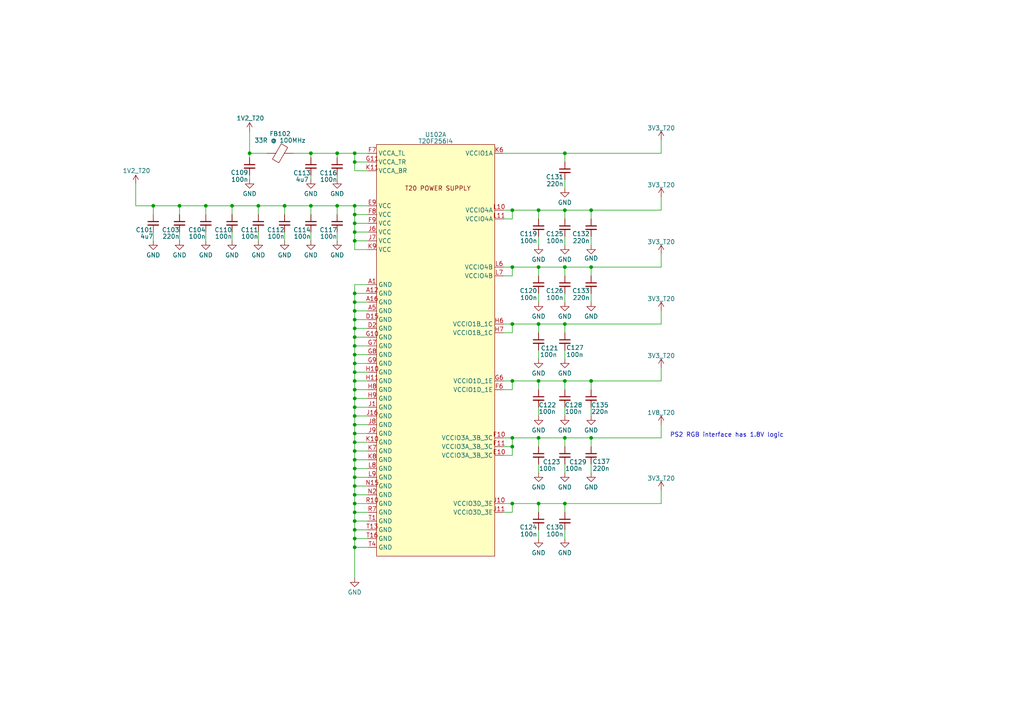
<source format=kicad_sch>
(kicad_sch (version 20230121) (generator eeschema)
  (paper "A4")
  (title_block (title "PS2 Video Processor Power") (rev "0.3") (comment 5 "-a project by Tschicki"))
  (junction (at 102.87 125.73))
  (junction (at 97.79 44.45))
  (junction (at 102.87 130.81))
  (junction (at 59.69 59.69))
  (junction (at 102.87 90.17))
  (junction (at 102.87 69.85))
  (junction (at 102.87 59.69))
  (junction (at 102.87 87.63))
  (junction (at 102.87 133.35))
  (junction (at 171.45 77.47))
  (junction (at 171.45 60.96))
  (junction (at 82.55 59.69))
  (junction (at 102.87 120.65))
  (junction (at 102.87 153.67))
  (junction (at 102.87 105.41))
  (junction (at 72.39 44.45))
  (junction (at 102.87 95.25))
  (junction (at 102.87 92.71))
  (junction (at 163.83 127))
  (junction (at 102.87 158.75))
  (junction (at 102.87 156.21))
  (junction (at 67.31 59.69))
  (junction (at 102.87 148.59))
  (junction (at 156.21 93.98))
  (junction (at 102.87 62.23))
  (junction (at 148.59 129.54))
  (junction (at 148.59 127))
  (junction (at 102.87 138.43))
  (junction (at 156.21 146.05))
  (junction (at 102.87 67.31))
  (junction (at 90.17 59.69))
  (junction (at 102.87 143.51))
  (junction (at 163.83 60.96))
  (junction (at 102.87 85.09))
  (junction (at 163.83 77.47))
  (junction (at 163.83 44.45))
  (junction (at 163.83 146.05))
  (junction (at 171.45 127))
  (junction (at 102.87 107.95))
  (junction (at 102.87 64.77))
  (junction (at 148.59 60.96))
  (junction (at 44.45 59.69))
  (junction (at 156.21 110.49))
  (junction (at 163.83 93.98))
  (junction (at 102.87 151.13))
  (junction (at 102.87 102.87))
  (junction (at 102.87 123.19))
  (junction (at 148.59 146.05))
  (junction (at 102.87 100.33))
  (junction (at 74.93 59.69))
  (junction (at 102.87 146.05))
  (junction (at 102.87 110.49))
  (junction (at 97.79 59.69))
  (junction (at 156.21 77.47))
  (junction (at 90.17 44.45))
  (junction (at 148.59 77.47))
  (junction (at 102.87 44.45))
  (junction (at 156.21 127))
  (junction (at 102.87 46.99))
  (junction (at 148.59 110.49))
  (junction (at 102.87 118.11))
  (junction (at 52.07 59.69))
  (junction (at 163.83 110.49))
  (junction (at 148.59 93.98))
  (junction (at 102.87 128.27))
  (junction (at 102.87 113.03))
  (junction (at 102.87 97.79))
  (junction (at 102.87 135.89))
  (junction (at 171.45 110.49))
  (junction (at 156.21 60.96))
  (junction (at 102.87 115.57))
  (junction (at 102.87 140.97))
  (wire (pts (xy 102.87 64.77) (xy 102.87 67.31)))
  (wire (pts (xy 102.87 158.75) (xy 106.68 158.75)))
  (wire (pts (xy 90.17 44.45) (xy 90.17 45.72)))
  (wire (pts (xy 148.59 146.05) (xy 156.21 146.05)))
  (wire (pts (xy 102.87 143.51) (xy 106.68 143.51)))
  (wire (pts (xy 148.59 77.47) (xy 156.21 77.47)))
  (wire (pts (xy 102.87 59.69) (xy 106.68 59.69)))
  (wire (pts (xy 97.79 59.69) (xy 102.87 59.69)))
  (wire (pts (xy 102.87 97.79) (xy 106.68 97.79)))
  (wire (pts (xy 148.59 96.52) (xy 146.05 96.52)))
  (wire (pts (xy 102.87 130.81) (xy 106.68 130.81)))
  (wire (pts (xy 156.21 146.05) (xy 163.83 146.05)))
  (wire (pts (xy 156.21 60.96) (xy 163.83 60.96)))
  (wire (pts (xy 102.87 69.85) (xy 106.68 69.85)))
  (wire (pts (xy 102.87 95.25) (xy 106.68 95.25)))
  (wire (pts (xy 102.87 158.75) (xy 102.87 167.64)))
  (wire (pts (xy 163.83 118.11) (xy 163.83 120.65)))
  (wire (pts (xy 102.87 138.43) (xy 106.68 138.43)))
  (wire (pts (xy 163.83 153.67) (xy 163.83 156.21)))
  (wire (pts (xy 102.87 123.19) (xy 102.87 125.73)))
  (wire (pts (xy 171.45 134.62) (xy 171.45 137.16)))
  (wire (pts (xy 171.45 127) (xy 171.45 129.54)))
  (wire (pts (xy 148.59 93.98) (xy 148.59 96.52)))
  (wire (pts (xy 102.87 125.73) (xy 106.68 125.73)))
  (wire (pts (xy 44.45 59.69) (xy 52.07 59.69)))
  (wire (pts (xy 74.93 67.31) (xy 74.93 69.85)))
  (wire (pts (xy 148.59 77.47) (xy 146.05 77.47)))
  (wire (pts (xy 102.87 107.95) (xy 102.87 110.49)))
  (wire (pts (xy 163.83 146.05) (xy 191.77 146.05)))
  (wire (pts (xy 156.21 110.49) (xy 163.83 110.49)))
  (wire (pts (xy 102.87 123.19) (xy 106.68 123.19)))
  (wire (pts (xy 67.31 59.69) (xy 74.93 59.69)))
  (wire (pts (xy 146.05 148.59) (xy 148.59 148.59)))
  (wire (pts (xy 102.87 105.41) (xy 106.68 105.41)))
  (wire (pts (xy 163.83 110.49) (xy 171.45 110.49)))
  (wire (pts (xy 102.87 110.49) (xy 106.68 110.49)))
  (wire (pts (xy 102.87 87.63) (xy 106.68 87.63)))
  (wire (pts (xy 44.45 59.69) (xy 44.45 62.23)))
  (wire (pts (xy 102.87 64.77) (xy 106.68 64.77)))
  (wire (pts (xy 146.05 93.98) (xy 148.59 93.98)))
  (wire (pts (xy 156.21 118.11) (xy 156.21 120.65)))
  (wire (pts (xy 163.83 134.62) (xy 163.83 137.16)))
  (wire (pts (xy 148.59 127) (xy 156.21 127)))
  (wire (pts (xy 97.79 44.45) (xy 97.79 45.72)))
  (wire (pts (xy 102.87 46.99) (xy 102.87 44.45)))
  (wire (pts (xy 102.87 100.33) (xy 102.87 102.87)))
  (wire (pts (xy 102.87 102.87) (xy 102.87 105.41)))
  (wire (pts (xy 191.77 142.24) (xy 191.77 146.05)))
  (wire (pts (xy 59.69 59.69) (xy 59.69 62.23)))
  (wire (pts (xy 102.87 102.87) (xy 106.68 102.87)))
  (wire (pts (xy 156.21 146.05) (xy 156.21 148.59)))
  (wire (pts (xy 102.87 49.53) (xy 102.87 46.99)))
  (wire (pts (xy 102.87 146.05) (xy 106.68 146.05)))
  (wire (pts (xy 102.87 72.39) (xy 106.68 72.39)))
  (wire (pts (xy 102.87 118.11) (xy 102.87 120.65)))
  (wire (pts (xy 171.45 77.47) (xy 191.77 77.47)))
  (wire (pts (xy 102.87 82.55) (xy 102.87 85.09)))
  (wire (pts (xy 52.07 59.69) (xy 52.07 62.23)))
  (wire (pts (xy 102.87 115.57) (xy 106.68 115.57)))
  (wire (pts (xy 171.45 68.58) (xy 171.45 71.12)))
  (wire (pts (xy 146.05 146.05) (xy 148.59 146.05)))
  (wire (pts (xy 67.31 59.69) (xy 67.31 62.23)))
  (wire (pts (xy 148.59 148.59) (xy 148.59 146.05)))
  (wire (pts (xy 97.79 59.69) (xy 97.79 62.23)))
  (wire (pts (xy 191.77 106.68) (xy 191.77 110.49)))
  (wire (pts (xy 146.05 80.01) (xy 148.59 80.01)))
  (wire (pts (xy 163.83 110.49) (xy 163.83 113.03)))
  (wire (pts (xy 102.87 44.45) (xy 97.79 44.45)))
  (wire (pts (xy 102.87 151.13) (xy 106.68 151.13)))
  (wire (pts (xy 163.83 77.47) (xy 171.45 77.47)))
  (wire (pts (xy 39.37 59.69) (xy 44.45 59.69)))
  (wire (pts (xy 106.68 49.53) (xy 102.87 49.53)))
  (wire (pts (xy 102.87 113.03) (xy 106.68 113.03)))
  (wire (pts (xy 39.37 53.34) (xy 39.37 59.69)))
  (wire (pts (xy 90.17 50.8) (xy 90.17 52.07)))
  (wire (pts (xy 163.83 146.05) (xy 163.83 148.59)))
  (wire (pts (xy 171.45 77.47) (xy 171.45 80.01)))
  (wire (pts (xy 156.21 77.47) (xy 163.83 77.47)))
  (wire (pts (xy 156.21 60.96) (xy 156.21 63.5)))
  (wire (pts (xy 52.07 59.69) (xy 59.69 59.69)))
  (wire (pts (xy 82.55 59.69) (xy 82.55 62.23)))
  (wire (pts (xy 102.87 95.25) (xy 102.87 97.79)))
  (wire (pts (xy 163.83 93.98) (xy 191.77 93.98)))
  (wire (pts (xy 102.87 128.27) (xy 102.87 130.81)))
  (wire (pts (xy 156.21 127) (xy 156.21 129.54)))
  (wire (pts (xy 163.83 44.45) (xy 163.83 46.99)))
  (wire (pts (xy 156.21 93.98) (xy 156.21 96.52)))
  (wire (pts (xy 156.21 68.58) (xy 156.21 71.12)))
  (wire (pts (xy 163.83 60.96) (xy 163.83 63.5)))
  (wire (pts (xy 102.87 90.17) (xy 102.87 92.71)))
  (wire (pts (xy 102.87 87.63) (xy 102.87 90.17)))
  (wire (pts (xy 102.87 100.33) (xy 106.68 100.33)))
  (wire (pts (xy 102.87 143.51) (xy 102.87 146.05)))
  (wire (pts (xy 102.87 67.31) (xy 106.68 67.31)))
  (wire (pts (xy 74.93 59.69) (xy 74.93 62.23)))
  (wire (pts (xy 102.87 128.27) (xy 106.68 128.27)))
  (wire (pts (xy 156.21 77.47) (xy 156.21 80.01)))
  (wire (pts (xy 148.59 93.98) (xy 156.21 93.98)))
  (wire (pts (xy 146.05 44.45) (xy 163.83 44.45)))
  (wire (pts (xy 102.87 110.49) (xy 102.87 113.03)))
  (wire (pts (xy 102.87 107.95) (xy 106.68 107.95)))
  (wire (pts (xy 72.39 44.45) (xy 72.39 45.72)))
  (wire (pts (xy 59.69 59.69) (xy 67.31 59.69)))
  (wire (pts (xy 163.83 77.47) (xy 163.83 80.01)))
  (wire (pts (xy 163.83 60.96) (xy 171.45 60.96)))
  (wire (pts (xy 163.83 93.98) (xy 163.83 96.52)))
  (wire (pts (xy 148.59 63.5) (xy 148.59 60.96)))
  (wire (pts (xy 72.39 38.1) (xy 72.39 44.45)))
  (wire (pts (xy 102.87 138.43) (xy 102.87 140.97)))
  (wire (pts (xy 171.45 60.96) (xy 171.45 63.5)))
  (wire (pts (xy 191.77 40.64) (xy 191.77 44.45)))
  (wire (pts (xy 102.87 140.97) (xy 106.68 140.97)))
  (wire (pts (xy 72.39 44.45) (xy 77.47 44.45)))
  (wire (pts (xy 163.83 85.09) (xy 163.83 87.63)))
  (wire (pts (xy 102.87 46.99) (xy 106.68 46.99)))
  (wire (pts (xy 44.45 67.31) (xy 44.45 69.85)))
  (wire (pts (xy 102.87 105.41) (xy 102.87 107.95)))
  (wire (pts (xy 102.87 153.67) (xy 102.87 156.21)))
  (wire (pts (xy 102.87 92.71) (xy 106.68 92.71)))
  (wire (pts (xy 156.21 85.09) (xy 156.21 87.63)))
  (wire (pts (xy 163.83 68.58) (xy 163.83 71.12)))
  (wire (pts (xy 171.45 110.49) (xy 191.77 110.49)))
  (wire (pts (xy 102.87 92.71) (xy 102.87 95.25)))
  (wire (pts (xy 102.87 62.23) (xy 106.68 62.23)))
  (wire (pts (xy 146.05 127) (xy 148.59 127)))
  (wire (pts (xy 102.87 90.17) (xy 106.68 90.17)))
  (wire (pts (xy 191.77 44.45) (xy 163.83 44.45)))
  (wire (pts (xy 156.21 101.6) (xy 156.21 104.14)))
  (wire (pts (xy 146.05 110.49) (xy 148.59 110.49)))
  (wire (pts (xy 146.05 129.54) (xy 148.59 129.54)))
  (wire (pts (xy 74.93 59.69) (xy 82.55 59.69)))
  (wire (pts (xy 102.87 85.09) (xy 106.68 85.09)))
  (wire (pts (xy 146.05 63.5) (xy 148.59 63.5)))
  (wire (pts (xy 52.07 67.31) (xy 52.07 69.85)))
  (wire (pts (xy 171.45 110.49) (xy 171.45 113.03)))
  (wire (pts (xy 102.87 156.21) (xy 106.68 156.21)))
  (wire (pts (xy 148.59 110.49) (xy 156.21 110.49)))
  (wire (pts (xy 102.87 69.85) (xy 102.87 72.39)))
  (wire (pts (xy 102.87 133.35) (xy 102.87 135.89)))
  (wire (pts (xy 191.77 90.17) (xy 191.77 93.98)))
  (wire (pts (xy 102.87 67.31) (xy 102.87 69.85)))
  (wire (pts (xy 102.87 82.55) (xy 106.68 82.55)))
  (wire (pts (xy 191.77 123.19) (xy 191.77 127)))
  (wire (pts (xy 102.87 153.67) (xy 106.68 153.67)))
  (wire (pts (xy 85.09 44.45) (xy 90.17 44.45)))
  (wire (pts (xy 148.59 132.08) (xy 148.59 129.54)))
  (wire (pts (xy 97.79 67.31) (xy 97.79 69.85)))
  (wire (pts (xy 171.45 60.96) (xy 191.77 60.96)))
  (wire (pts (xy 191.77 57.15) (xy 191.77 60.96)))
  (wire (pts (xy 90.17 44.45) (xy 97.79 44.45)))
  (wire (pts (xy 59.69 67.31) (xy 59.69 69.85)))
  (wire (pts (xy 102.87 85.09) (xy 102.87 87.63)))
  (wire (pts (xy 102.87 113.03) (xy 102.87 115.57)))
  (wire (pts (xy 102.87 146.05) (xy 102.87 148.59)))
  (wire (pts (xy 171.45 118.11) (xy 171.45 120.65)))
  (wire (pts (xy 102.87 115.57) (xy 102.87 118.11)))
  (wire (pts (xy 171.45 85.09) (xy 171.45 87.63)))
  (wire (pts (xy 148.59 60.96) (xy 156.21 60.96)))
  (wire (pts (xy 102.87 148.59) (xy 106.68 148.59)))
  (wire (pts (xy 102.87 125.73) (xy 102.87 128.27)))
  (wire (pts (xy 156.21 127) (xy 163.83 127)))
  (wire (pts (xy 171.45 127) (xy 191.77 127)))
  (wire (pts (xy 191.77 73.66) (xy 191.77 77.47)))
  (wire (pts (xy 146.05 113.03) (xy 148.59 113.03)))
  (wire (pts (xy 102.87 120.65) (xy 106.68 120.65)))
  (wire (pts (xy 156.21 110.49) (xy 156.21 113.03)))
  (wire (pts (xy 82.55 59.69) (xy 90.17 59.69)))
  (wire (pts (xy 102.87 156.21) (xy 102.87 158.75)))
  (wire (pts (xy 90.17 59.69) (xy 97.79 59.69)))
  (wire (pts (xy 102.87 140.97) (xy 102.87 143.51)))
  (wire (pts (xy 148.59 60.96) (xy 146.05 60.96)))
  (wire (pts (xy 163.83 101.6) (xy 163.83 104.14)))
  (wire (pts (xy 163.83 52.07) (xy 163.83 54.61)))
  (wire (pts (xy 106.68 44.45) (xy 102.87 44.45)))
  (wire (pts (xy 102.87 62.23) (xy 102.87 64.77)))
  (wire (pts (xy 102.87 120.65) (xy 102.87 123.19)))
  (wire (pts (xy 90.17 67.31) (xy 90.17 69.85)))
  (wire (pts (xy 102.87 59.69) (xy 102.87 62.23)))
  (wire (pts (xy 148.59 129.54) (xy 148.59 127)))
  (wire (pts (xy 67.31 67.31) (xy 67.31 69.85)))
  (wire (pts (xy 102.87 133.35) (xy 106.68 133.35)))
  (wire (pts (xy 82.55 67.31) (xy 82.55 69.85)))
  (wire (pts (xy 156.21 134.62) (xy 156.21 137.16)))
  (wire (pts (xy 156.21 93.98) (xy 163.83 93.98)))
  (wire (pts (xy 148.59 113.03) (xy 148.59 110.49)))
  (wire (pts (xy 102.87 151.13) (xy 102.87 153.67)))
  (wire (pts (xy 102.87 130.81) (xy 102.87 133.35)))
  (wire (pts (xy 102.87 135.89) (xy 102.87 138.43)))
  (wire (pts (xy 163.83 127) (xy 171.45 127)))
  (wire (pts (xy 97.79 50.8) (xy 97.79 52.07)))
  (wire (pts (xy 163.83 127) (xy 163.83 129.54)))
  (wire (pts (xy 156.21 153.67) (xy 156.21 156.21)))
  (wire (pts (xy 102.87 97.79) (xy 102.87 100.33)))
  (wire (pts (xy 72.39 50.8) (xy 72.39 52.07)))
  (wire (pts (xy 90.17 59.69) (xy 90.17 62.23)))
  (wire (pts (xy 146.05 132.08) (xy 148.59 132.08)))
  (wire (pts (xy 102.87 148.59) (xy 102.87 151.13)))
  (wire (pts (xy 102.87 118.11) (xy 106.68 118.11)))
  (wire (pts (xy 148.59 80.01) (xy 148.59 77.47)))
  (wire (pts (xy 102.87 135.89) (xy 106.68 135.89)))
  (text "PS2 RGB interface has 1.8V logic" (at 194.31 127 0) (effects (font (size 1.27 1.27)) (justify left bottom)))
  (symbol (lib_id "power:GND") (at 171.45 120.65 0) (unit 1)
    (property "Reference" "#PWR0134" (effects hide))
    (property "Value" "GND" (at 171.45 124.7855 0))
    (instances (project "Trion_T20_Devboard_02" (path "" (reference "#PWR0134") (unit 1)) (path "" (reference "#PWR0325") (unit 1))) (project "PS2_79004_Rev_0_4" (path "" (reference "#PWR02630") (unit 1))))
  )
  (symbol (lib_id "PS2_Capacitors:C_220n_0402") (at 52.07 64.77 0) (mirror y) (unit 1)
    (property "Reference" "C103" (at 52.07 66.675 0) (effects (justify left)))
    (property "Value" "220n" (at 52.07 68.58 0) (effects (justify left)))
    (property "Footprint" "PS2:C_0402_1005Metric" (effects hide))
    (property "Datasheet" "https://www.mouser.at/datasheet/2/447/UPY_NP0X5R_01005_4V_to_25V_V10-3003057.pdf" (effects hide))
    (property "Part Number" "CC0402KRX5R8BB224" (effects hide))
    (instances (project "Trion_T20_Devboard_02" (path "" (reference "C103") (unit 1)) (path "" (reference "C303") (unit 1))) (project "PS2_79004_Rev_0_4" (path "" (reference "C2602") (unit 1))))
  )
  (symbol (lib_id "power:GND") (at 156.21 71.12 0) (mirror y) (unit 1)
    (property "Reference" "#PWR0118" (effects hide))
    (property "Value" "GND" (at 156.21 75.2555 0))
    (instances (project "Trion_T20_Devboard_02" (path "" (reference "#PWR0118") (unit 1)) (path "" (reference "#PWR0335") (unit 1))) (project "PS2_79004_Rev_0_4" (path "" (reference "#PWR02615") (unit 1))))
  )
  (symbol (lib_id "power:GND") (at 163.83 137.16 0) (mirror y) (unit 1)
    (property "Reference" "#PWR0128" (effects hide))
    (property "Value" "GND" (at 163.83 141.2955 0))
    (instances (project "Trion_T20_Devboard_02" (path "" (reference "#PWR0128") (unit 1)) (path "" (reference "#PWR0344") (unit 1))) (project "PS2_79004_Rev_0_4" (path "" (reference "#PWR02626") (unit 1))))
  )
  (symbol (lib_id "power:GND") (at 163.83 71.12 0) (mirror y) (unit 1)
    (property "Reference" "#PWR0124" (effects hide))
    (property "Value" "GND" (at 163.83 75.2555 0))
    (instances (project "Trion_T20_Devboard_02" (path "" (reference "#PWR0124") (unit 1)) (path "" (reference "#PWR0336") (unit 1))) (project "PS2_79004_Rev_0_4" (path "" (reference "#PWR02622") (unit 1))))
  )
  (symbol (lib_id "PS2:1V8_T20") (at 191.77 123.19 0) (unit 1)
    (property "Reference" "#PWR02637" (effects hide))
    (property "Value" "1V8_T20" (at 191.77 119.6881 0))
  )
  (symbol (lib_id "Device:FerriteBead") (at 81.28 44.45 90) (unit 1)
    (property "Reference" "FB102" (at 81.2292 38.7985 90))
    (property "Value" "33R @ 100MHz" (at 81.2292 40.7195 90))
    (property "Footprint" "PS2:R_0402_1005Metric" (effects hide))
    (property "Part Number" "BLM15PX330SN1D" (effects hide))
    (instances (project "Trion_T20_Devboard_02" (path "" (reference "FB102") (unit 1)) (path "" (reference "FB301") (unit 1))) (project "PS2_79004_Rev_0_4" (path "" (reference "FB2601") (unit 1))))
  )
  (symbol (lib_id "PS2_Capacitors:C_220n_0402") (at 171.45 115.57 0) (unit 1)
    (property "Reference" "C135" (at 171.45 117.475 0) (effects (justify left)))
    (property "Value" "220n" (at 171.45 119.38 0) (effects (justify left)))
    (property "Footprint" "PS2:C_0402_1005Metric" (effects hide))
    (property "Datasheet" "https://www.mouser.at/datasheet/2/447/UPY_NP0X5R_01005_4V_to_25V_V10-3003057.pdf" (effects hide))
    (property "Part Number" "CC0402KRX5R8BB224" (effects hide))
    (instances (project "Trion_T20_Devboard_02" (path "" (reference "C135") (unit 1)) (path "" (reference "C315") (unit 1))) (project "PS2_79004_Rev_0_4" (path "" (reference "C2627") (unit 1))))
  )
  (symbol (lib_id "PS2_Capacitors:C_100n_0201") (at 74.93 64.77 0) (mirror y) (unit 1)
    (property "Reference" "C111" (at 74.93 66.675 0) (effects (justify left)))
    (property "Value" "100n" (at 74.93 68.58 0) (effects (justify left)))
    (property "Footprint" "PS2:C_0201_0603Metric" (effects hide))
    (property "Datasheet" "https://search.murata.co.jp/Ceramy/image/img/A01X/G101/ENG/GRM033Z71C104KE14-01.pdf" (effects hide))
    (property "Part Number" "GRM033Z71C104KE14D" (effects hide))
    (instances (project "Trion_T20_Devboard_02" (path "" (reference "C111") (unit 1)) (path "" (reference "C305") (unit 1))) (project "PS2_79004_Rev_0_4" (path "" (reference "C2606") (unit 1))))
  )
  (symbol (lib_id "power:GND") (at 171.45 87.63 0) (mirror y) (unit 1)
    (property "Reference" "#PWR0132" (effects hide))
    (property "Value" "GND" (at 171.45 91.7655 0))
    (instances (project "Trion_T20_Devboard_02" (path "" (reference "#PWR0132") (unit 1)) (path "" (reference "#PWR0342") (unit 1))) (project "PS2_79004_Rev_0_4" (path "" (reference "#PWR02629") (unit 1))))
  )
  (symbol (lib_id "PS2:3V3_T20") (at 191.77 142.24 0) (unit 1)
    (property "Reference" "#PWR02638" (effects hide))
    (property "Value" "3V3_T20" (at 191.77 138.7381 0))
  )
  (symbol (lib_id "PS2_Capacitors:C_4u7_0603") (at 44.45 64.77 0) (mirror y) (unit 1)
    (property "Reference" "C101" (at 44.45 66.675 0) (effects (justify left)))
    (property "Value" "4u7" (at 44.45 68.58 0) (effects (justify left)))
    (property "Footprint" "PS2:C_0603_1608Metric" (effects hide))
    (property "Datasheet" "https://www.mouser.at/datasheet/2/585/MLCC-1837944.pdf" (effects hide))
    (property "Part Number" "CL10A475KO8NNNC" (effects hide))
    (instances (project "Trion_T20_Devboard_02" (path "" (reference "C101") (unit 1)) (path "" (reference "C301") (unit 1))) (project "PS2_79004_Rev_0_4" (path "" (reference "C2601") (unit 1))))
  )
  (symbol (lib_id "power:GND") (at 163.83 87.63 0) (mirror y) (unit 1)
    (property "Reference" "#PWR0125" (effects hide))
    (property "Value" "GND" (at 163.83 91.7655 0))
    (instances (project "Trion_T20_Devboard_02" (path "" (reference "#PWR0125") (unit 1)) (path "" (reference "#PWR0338") (unit 1))) (project "PS2_79004_Rev_0_4" (path "" (reference "#PWR02623") (unit 1))))
  )
  (symbol (lib_id "PS2_Capacitors:C_100n_0201") (at 156.21 66.04 0) (mirror y) (unit 1)
    (property "Reference" "C119" (at 155.829 67.818 0) (effects (justify left)))
    (property "Value" "100n" (at 155.829 69.85 0) (effects (justify left)))
    (property "Footprint" "PS2:C_0201_0603Metric" (effects hide))
    (property "Datasheet" "https://search.murata.co.jp/Ceramy/image/img/A01X/G101/ENG/GRM033Z71C104KE14-01.pdf" (effects hide))
    (property "Part Number" "GRM033Z71C104KE14D" (effects hide))
    (instances (project "Trion_T20_Devboard_02" (path "" (reference "C119") (unit 1)) (path "" (reference "C323") (unit 1))) (project "PS2_79004_Rev_0_4" (path "" (reference "C2612") (unit 1))))
  )
  (symbol (lib_id "PS2_Capacitors:C_100n_0201") (at 97.79 48.26 0) (mirror y) (unit 1)
    (property "Reference" "C116" (at 97.79 50.165 0) (effects (justify left)))
    (property "Value" "100n" (at 97.79 52.07 0) (effects (justify left)))
    (property "Footprint" "PS2:C_0201_0603Metric" (effects hide))
    (property "Datasheet" "https://search.murata.co.jp/Ceramy/image/img/A01X/G101/ENG/GRM033Z71C104KE14-01.pdf" (effects hide))
    (property "Part Number" "GRM033Z71C104KE14D" (effects hide))
    (instances (project "Trion_T20_Devboard_02" (path "" (reference "C116") (unit 1)) (path "" (reference "C312") (unit 1))) (project "PS2_79004_Rev_0_4" (path "" (reference "C2610") (unit 1))))
  )
  (symbol (lib_id "power:GND") (at 163.83 104.14 0) (unit 1)
    (property "Reference" "#PWR0126" (effects hide))
    (property "Value" "GND" (at 163.83 108.2755 0))
    (instances (project "Trion_T20_Devboard_02" (path "" (reference "#PWR0126") (unit 1)) (path "" (reference "#PWR0330") (unit 1))) (project "PS2_79004_Rev_0_4" (path "" (reference "#PWR02624") (unit 1))))
  )
  (symbol (lib_id "PS2_Capacitors:C_100n_0201") (at 163.83 132.08 0) (mirror y) (unit 1)
    (property "Reference" "C129" (at 170.18 133.985 0) (effects (justify left)))
    (property "Value" "100n" (at 168.91 135.89 0) (effects (justify left)))
    (property "Footprint" "PS2:C_0201_0603Metric" (effects hide))
    (property "Datasheet" "https://search.murata.co.jp/Ceramy/image/img/A01X/G101/ENG/GRM033Z71C104KE14-01.pdf" (effects hide))
    (property "Part Number" "GRM033Z71C104KE14D" (effects hide))
    (instances (project "Trion_T20_Devboard_02" (path "" (reference "C129") (unit 1)) (path "" (reference "C330") (unit 1))) (project "PS2_79004_Rev_0_4" (path "" (reference "C2623") (unit 1))))
  )
  (symbol (lib_id "power:GND") (at 52.07 69.85 0) (mirror y) (unit 1)
    (property "Reference" "#PWR0105" (effects hide))
    (property "Value" "GND" (at 52.07 73.9855 0))
    (instances (project "Trion_T20_Devboard_02" (path "" (reference "#PWR0105") (unit 1)) (path "" (reference "#PWR0304") (unit 1))) (project "PS2_79004_Rev_0_4" (path "" (reference "#PWR02603") (unit 1))))
  )
  (symbol (lib_id "PS2_Capacitors:C_220n_0402") (at 171.45 82.55 0) (mirror y) (unit 1)
    (property "Reference" "C133" (at 171.069 84.328 0) (effects (justify left)))
    (property "Value" "220n" (at 171.069 86.36 0) (effects (justify left)))
    (property "Footprint" "PS2:C_0402_1005Metric" (effects hide))
    (property "Datasheet" "https://www.mouser.at/datasheet/2/447/UPY_NP0X5R_01005_4V_to_25V_V10-3003057.pdf" (effects hide))
    (property "Part Number" "CC0402KRX5R8BB224" (effects hide))
    (instances (project "Trion_T20_Devboard_02" (path "" (reference "C133") (unit 1)) (path "" (reference "C328") (unit 1))) (project "PS2_79004_Rev_0_4" (path "" (reference "C2626") (unit 1))))
  )
  (symbol (lib_id "PS2_Capacitors:C_100n_0201") (at 156.21 115.57 0) (unit 1)
    (property "Reference" "C122" (at 156.21 117.475 0) (effects (justify left)))
    (property "Value" "100n" (at 156.21 119.38 0) (effects (justify left)))
    (property "Footprint" "PS2:C_0201_0603Metric" (effects hide))
    (property "Datasheet" "https://search.murata.co.jp/Ceramy/image/img/A01X/G101/ENG/GRM033Z71C104KE14-01.pdf" (effects hide))
    (property "Part Number" "GRM033Z71C104KE14D" (effects hide))
    (instances (project "Trion_T20_Devboard_02" (path "" (reference "C122") (unit 1)) (path "" (reference "C317") (unit 1))) (project "PS2_79004_Rev_0_4" (path "" (reference "C2615") (unit 1))))
  )
  (symbol (lib_id "power:GND") (at 171.45 137.16 0) (unit 1)
    (property "Reference" "#PWR0136" (effects hide))
    (property "Value" "GND" (at 171.45 141.2955 0))
    (instances (project "Trion_T20_Devboard_02" (path "" (reference "#PWR0136") (unit 1)) (path "" (reference "#PWR0324") (unit 1))) (project "PS2_79004_Rev_0_4" (path "" (reference "#PWR02631") (unit 1))))
  )
  (symbol (lib_id "power:GND") (at 156.21 87.63 0) (mirror y) (unit 1)
    (property "Reference" "#PWR0119" (effects hide))
    (property "Value" "GND" (at 156.21 91.7655 0))
    (instances (project "Trion_T20_Devboard_02" (path "" (reference "#PWR0119") (unit 1)) (path "" (reference "#PWR0337") (unit 1))) (project "PS2_79004_Rev_0_4" (path "" (reference "#PWR02616") (unit 1))))
  )
  (symbol (lib_id "power:GND") (at 90.17 52.07 0) (mirror y) (unit 1)
    (property "Reference" "#PWR0112" (effects hide))
    (property "Value" "GND" (at 90.17 56.2055 0))
    (instances (project "Trion_T20_Devboard_02" (path "" (reference "#PWR0112") (unit 1)) (path "" (reference "#PWR0312") (unit 1))) (project "PS2_79004_Rev_0_4" (path "" (reference "#PWR02610") (unit 1))))
  )
  (symbol (lib_id "PS2:3V3_T20") (at 191.77 90.17 0) (unit 1)
    (property "Reference" "#PWR02635" (effects hide))
    (property "Value" "3V3_T20" (at 191.77 86.6681 0))
  )
  (symbol (lib_id "power:GND") (at 156.21 104.14 0) (unit 1)
    (property "Reference" "#PWR0120" (effects hide))
    (property "Value" "GND" (at 156.21 108.2755 0))
    (instances (project "Trion_T20_Devboard_02" (path "" (reference "#PWR0120") (unit 1)) (path "" (reference "#PWR0319") (unit 1))) (project "PS2_79004_Rev_0_4" (path "" (reference "#PWR02617") (unit 1))))
  )
  (symbol (lib_id "PS2_Capacitors:C_100n_0201") (at 163.83 115.57 0) (unit 1)
    (property "Reference" "C128" (at 163.83 117.475 0) (effects (justify left)))
    (property "Value" "100n" (at 163.83 119.38 0) (effects (justify left)))
    (property "Footprint" "PS2:C_0201_0603Metric" (effects hide))
    (property "Datasheet" "https://search.murata.co.jp/Ceramy/image/img/A01X/G101/ENG/GRM033Z71C104KE14-01.pdf" (effects hide))
    (property "Part Number" "GRM033Z71C104KE14D" (effects hide))
    (instances (project "Trion_T20_Devboard_02" (path "" (reference "C128") (unit 1)) (path "" (reference "C316") (unit 1))) (project "PS2_79004_Rev_0_4" (path "" (reference "C2622") (unit 1))))
  )
  (symbol (lib_id "PS2:Trion_T20F256I4") (at 106.68 44.45 0) (unit 1)
    (property "Reference" "U102" (at 126.365 39.0271 0))
    (property "Value" "T20F256I4" (at 126.365 40.9481 0))
    (property "Footprint" "PS2:BGA-256_14.0x14.0mm_Layout16x16_P0.8mm_Ball0.45mm_Pad0.32mm_NSMD" (effects hide))
    (property "Datasheet" "https://www.efinixinc.com/docs/trion20-ds-v5.6.pdf" (effects hide))
    (property "Part Number" "T20F256C4" (effects hide))
    (instances (project "Trion_T20_Devboard_02" (path "" (reference "U102") (unit 1)) (path "" (reference "U101") (unit 1))) (project "PS2_79004_Rev_0_4" (path "" (reference "U2601") (unit 1))))
  )
  (symbol (lib_id "PS2_Capacitors:C_100n_0201") (at 156.21 99.06 0) (unit 1)
    (property "Reference" "C121" (at 156.845 100.965 0) (effects (justify left)))
    (property "Value" "100n" (at 156.591 102.87 0) (effects (justify left)))
    (property "Footprint" "PS2:C_0201_0603Metric" (effects hide))
    (property "Datasheet" "https://search.murata.co.jp/Ceramy/image/img/A01X/G101/ENG/GRM033Z71C104KE14-01.pdf" (effects hide))
    (property "Part Number" "GRM033Z71C104KE14D" (effects hide))
    (instances (project "Trion_T20_Devboard_02" (path "" (reference "C121") (unit 1)) (path "" (reference "C318") (unit 1))) (project "PS2_79004_Rev_0_4" (path "" (reference "C2614") (unit 1))))
  )
  (symbol (lib_id "power:GND") (at 163.83 54.61 0) (mirror y) (unit 1)
    (property "Reference" "#PWR0130" (effects hide))
    (property "Value" "GND" (at 163.83 58.7455 0))
    (instances (project "Trion_T20_Devboard_02" (path "" (reference "#PWR0130") (unit 1)) (path "" (reference "#PWR0328") (unit 1))) (project "PS2_79004_Rev_0_4" (path "" (reference "#PWR02621") (unit 1))))
  )
  (symbol (lib_id "power:GND") (at 97.79 69.85 0) (mirror y) (unit 1)
    (property "Reference" "#PWR0115" (effects hide))
    (property "Value" "GND" (at 97.79 73.9855 0))
    (instances (project "Trion_T20_Devboard_02" (path "" (reference "#PWR0115") (unit 1)) (path "" (reference "#PWR0313") (unit 1))) (project "PS2_79004_Rev_0_4" (path "" (reference "#PWR02613") (unit 1))))
  )
  (symbol (lib_id "PS2:3V3_T20") (at 191.77 40.64 0) (unit 1)
    (property "Reference" "#PWR02632" (effects hide))
    (property "Value" "3V3_T20" (at 191.77 37.1381 0))
  )
  (symbol (lib_id "power:GND") (at 163.83 156.21 0) (mirror y) (unit 1)
    (property "Reference" "#PWR0129" (effects hide))
    (property "Value" "GND" (at 163.83 160.3455 0))
    (instances (project "Trion_T20_Devboard_02" (path "" (reference "#PWR0129") (unit 1)) (path "" (reference "#PWR0347") (unit 1))) (project "PS2_79004_Rev_0_4" (path "" (reference "#PWR02627") (unit 1))))
  )
  (symbol (lib_id "PS2_Capacitors:C_100n_0201") (at 72.39 48.26 0) (mirror y) (unit 1)
    (property "Reference" "C109" (at 72.009 50.038 0) (effects (justify left)))
    (property "Value" "100n" (at 72.009 52.07 0) (effects (justify left)))
    (property "Footprint" "PS2:C_0201_0603Metric" (effects hide))
    (property "Datasheet" "https://search.murata.co.jp/Ceramy/image/img/A01X/G101/ENG/GRM033Z71C104KE14-01.pdf" (effects hide))
    (property "Part Number" "GRM033Z71C104KE14D" (effects hide))
    (instances (project "Trion_T20_Devboard_02" (path "" (reference "C109") (unit 1)) (path "" (reference "C306") (unit 1))) (project "PS2_79004_Rev_0_4" (path "" (reference "C2605") (unit 1))))
  )
  (symbol (lib_id "power:GND") (at 82.55 69.85 0) (mirror y) (unit 1)
    (property "Reference" "#PWR0111" (effects hide))
    (property "Value" "GND" (at 82.55 73.9855 0))
    (instances (project "Trion_T20_Devboard_02" (path "" (reference "#PWR0111") (unit 1)) (path "" (reference "#PWR0309") (unit 1))) (project "PS2_79004_Rev_0_4" (path "" (reference "#PWR02609") (unit 1))))
  )
  (symbol (lib_id "PS2_Capacitors:C_100n_0201") (at 156.21 82.55 0) (mirror y) (unit 1)
    (property "Reference" "C120" (at 155.829 84.328 0) (effects (justify left)))
    (property "Value" "100n" (at 155.829 86.36 0) (effects (justify left)))
    (property "Footprint" "PS2:C_0201_0603Metric" (effects hide))
    (property "Datasheet" "https://search.murata.co.jp/Ceramy/image/img/A01X/G101/ENG/GRM033Z71C104KE14-01.pdf" (effects hide))
    (property "Part Number" "GRM033Z71C104KE14D" (effects hide))
    (instances (project "Trion_T20_Devboard_02" (path "" (reference "C120") (unit 1)) (path "" (reference "C325") (unit 1))) (project "PS2_79004_Rev_0_4" (path "" (reference "C2613") (unit 1))))
  )
  (symbol (lib_id "PS2_Capacitors:C_100n_0201") (at 97.79 64.77 0) (mirror y) (unit 1)
    (property "Reference" "C117" (at 97.79 66.675 0) (effects (justify left)))
    (property "Value" "100n" (at 97.79 68.58 0) (effects (justify left)))
    (property "Footprint" "PS2:C_0201_0603Metric" (effects hide))
    (property "Datasheet" "https://search.murata.co.jp/Ceramy/image/img/A01X/G101/ENG/GRM033Z71C104KE14-01.pdf" (effects hide))
    (property "Part Number" "GRM033Z71C104KE14D" (effects hide))
    (instances (project "Trion_T20_Devboard_02" (path "" (reference "C117") (unit 1)) (path "" (reference "C311") (unit 1))) (project "PS2_79004_Rev_0_4" (path "" (reference "C2611") (unit 1))))
  )
  (symbol (lib_id "power:GND") (at 90.17 69.85 0) (mirror y) (unit 1)
    (property "Reference" "#PWR0113" (effects hide))
    (property "Value" "GND" (at 90.17 73.9855 0))
    (instances (project "Trion_T20_Devboard_02" (path "" (reference "#PWR0113") (unit 1)) (path "" (reference "#PWR0311") (unit 1))) (project "PS2_79004_Rev_0_4" (path "" (reference "#PWR02611") (unit 1))))
  )
  (symbol (lib_id "PS2:3V3_T20") (at 191.77 106.68 0) (unit 1)
    (property "Reference" "#PWR02636" (effects hide))
    (property "Value" "3V3_T20" (at 191.77 103.1781 0))
  )
  (symbol (lib_id "power:GND") (at 163.83 120.65 0) (unit 1)
    (property "Reference" "#PWR0127" (effects hide))
    (property "Value" "GND" (at 163.83 124.7855 0))
    (instances (project "Trion_T20_Devboard_02" (path "" (reference "#PWR0127") (unit 1)) (path "" (reference "#PWR0326") (unit 1))) (project "PS2_79004_Rev_0_4" (path "" (reference "#PWR02625") (unit 1))))
  )
  (symbol (lib_id "PS2_Capacitors:C_100n_0201") (at 163.83 82.55 0) (mirror y) (unit 1)
    (property "Reference" "C126" (at 163.449 84.328 0) (effects (justify left)))
    (property "Value" "100n" (at 163.449 86.36 0) (effects (justify left)))
    (property "Footprint" "PS2:C_0201_0603Metric" (effects hide))
    (property "Datasheet" "https://search.murata.co.jp/Ceramy/image/img/A01X/G101/ENG/GRM033Z71C104KE14-01.pdf" (effects hide))
    (property "Part Number" "GRM033Z71C104KE14D" (effects hide))
    (instances (project "Trion_T20_Devboard_02" (path "" (reference "C126") (unit 1)) (path "" (reference "C326") (unit 1))) (project "PS2_79004_Rev_0_4" (path "" (reference "C2620") (unit 1))))
  )
  (symbol (lib_id "power:GND") (at 74.93 69.85 0) (mirror y) (unit 1)
    (property "Reference" "#PWR0110" (effects hide))
    (property "Value" "GND" (at 74.93 73.9855 0))
    (instances (project "Trion_T20_Devboard_02" (path "" (reference "#PWR0110") (unit 1)) (path "" (reference "#PWR0306") (unit 1))) (project "PS2_79004_Rev_0_4" (path "" (reference "#PWR02608") (unit 1))))
  )
  (symbol (lib_id "power:GND") (at 67.31 69.85 0) (mirror y) (unit 1)
    (property "Reference" "#PWR0109" (effects hide))
    (property "Value" "GND" (at 67.31 73.9855 0))
    (instances (project "Trion_T20_Devboard_02" (path "" (reference "#PWR0109") (unit 1)) (path "" (reference "#PWR0305") (unit 1))) (project "PS2_79004_Rev_0_4" (path "" (reference "#PWR02605") (unit 1))))
  )
  (symbol (lib_id "PS2_Capacitors:C_220n_0402") (at 171.45 66.04 0) (mirror y) (unit 1)
    (property "Reference" "C132" (at 171.069 67.818 0) (effects (justify left)))
    (property "Value" "220n" (at 171.069 69.85 0) (effects (justify left)))
    (property "Footprint" "PS2:C_0402_1005Metric" (effects hide))
    (property "Datasheet" "https://www.mouser.at/datasheet/2/447/UPY_NP0X5R_01005_4V_to_25V_V10-3003057.pdf" (effects hide))
    (property "Part Number" "CC0402KRX5R8BB224" (effects hide))
    (instances (project "Trion_T20_Devboard_02" (path "" (reference "C132") (unit 1)) (path "" (reference "C327") (unit 1))) (project "PS2_79004_Rev_0_4" (path "" (reference "C2625") (unit 1))))
  )
  (symbol (lib_id "PS2_Capacitors:C_100n_0201") (at 90.17 64.77 0) (mirror y) (unit 1)
    (property "Reference" "C114" (at 90.17 66.675 0) (effects (justify left)))
    (property "Value" "100n" (at 90.17 68.58 0) (effects (justify left)))
    (property "Footprint" "PS2:C_0201_0603Metric" (effects hide))
    (property "Datasheet" "https://search.murata.co.jp/Ceramy/image/img/A01X/G101/ENG/GRM033Z71C104KE14-01.pdf" (effects hide))
    (property "Part Number" "GRM033Z71C104KE14D" (effects hide))
    (instances (project "Trion_T20_Devboard_02" (path "" (reference "C114") (unit 1)) (path "" (reference "C309") (unit 1))) (project "PS2_79004_Rev_0_4" (path "" (reference "C2609") (unit 1))))
  )
  (symbol (lib_id "PS2_Capacitors:C_100n_0201") (at 156.21 151.13 0) (mirror y) (unit 1)
    (property "Reference" "C124" (at 155.829 152.908 0) (effects (justify left)))
    (property "Value" "100n" (at 155.829 154.94 0) (effects (justify left)))
    (property "Footprint" "PS2:C_0201_0603Metric" (effects hide))
    (property "Datasheet" "https://search.murata.co.jp/Ceramy/image/img/A01X/G101/ENG/GRM033Z71C104KE14-01.pdf" (effects hide))
    (property "Part Number" "GRM033Z71C104KE14D" (effects hide))
    (instances (project "Trion_T20_Devboard_02" (path "" (reference "C124") (unit 1)) (path "" (reference "C332") (unit 1))) (project "PS2_79004_Rev_0_4" (path "" (reference "C2617") (unit 1))))
  )
  (symbol (lib_id "PS2_Capacitors:C_100n_0201") (at 163.83 66.04 0) (mirror y) (unit 1)
    (property "Reference" "C125" (at 163.449 67.818 0) (effects (justify left)))
    (property "Value" "100n" (at 163.449 69.85 0) (effects (justify left)))
    (property "Footprint" "PS2:C_0201_0603Metric" (effects hide))
    (property "Datasheet" "https://search.murata.co.jp/Ceramy/image/img/A01X/G101/ENG/GRM033Z71C104KE14-01.pdf" (effects hide))
    (property "Part Number" "GRM033Z71C104KE14D" (effects hide))
    (instances (project "Trion_T20_Devboard_02" (path "" (reference "C125") (unit 1)) (path "" (reference "C324") (unit 1))) (project "PS2_79004_Rev_0_4" (path "" (reference "C2619") (unit 1))))
  )
  (symbol (lib_id "PS2_Capacitors:C_100n_0201") (at 67.31 64.77 0) (mirror y) (unit 1)
    (property "Reference" "C110" (at 67.31 66.675 0) (effects (justify left)))
    (property "Value" "100n" (at 67.31 68.58 0) (effects (justify left)))
    (property "Footprint" "PS2:C_0201_0603Metric" (effects hide))
    (property "Datasheet" "https://search.murata.co.jp/Ceramy/image/img/A01X/G101/ENG/GRM033Z71C104KE14-01.pdf" (effects hide))
    (property "Part Number" "GRM033Z71C104KE14D" (effects hide))
    (instances (project "Trion_T20_Devboard_02" (path "" (reference "C110") (unit 1)) (path "" (reference "C304") (unit 1))) (project "PS2_79004_Rev_0_4" (path "" (reference "C2604") (unit 1))))
  )
  (symbol (lib_id "PS2_Capacitors:C_220n_0402") (at 163.83 49.53 0) (mirror y) (unit 1)
    (property "Reference" "C131" (at 163.449 51.308 0) (effects (justify left)))
    (property "Value" "220n" (at 163.449 53.34 0) (effects (justify left)))
    (property "Footprint" "PS2:C_0402_1005Metric" (effects hide))
    (property "Datasheet" "https://www.mouser.at/datasheet/2/447/UPY_NP0X5R_01005_4V_to_25V_V10-3003057.pdf" (effects hide))
    (property "Part Number" "CC0402KRX5R8BB224" (effects hide))
    (instances (project "Trion_T20_Devboard_02" (path "" (reference "C131") (unit 1)) (path "" (reference "C334") (unit 1))) (project "PS2_79004_Rev_0_4" (path "" (reference "C2618") (unit 1))))
  )
  (symbol (lib_id "power:GND") (at 97.79 52.07 0) (mirror y) (unit 1)
    (property "Reference" "#PWR0114" (effects hide))
    (property "Value" "GND" (at 97.79 56.2055 0))
    (instances (project "Trion_T20_Devboard_02" (path "" (reference "#PWR0114") (unit 1)) (path "" (reference "#PWR0314") (unit 1))) (project "PS2_79004_Rev_0_4" (path "" (reference "#PWR02612") (unit 1))))
  )
  (symbol (lib_id "PS2:1V2_T20") (at 72.39 38.1 0) (unit 1)
    (property "Reference" "#PWR0107" (effects hide))
    (property "Value" "1V2_T20" (at 68.58 34.29 0) (effects (justify left)))
    (instances (project "Trion_T20_Devboard_02" (path "" (reference "#PWR0107") (unit 1)) (path "" (reference "#PWR0307") (unit 1))) (project "PS2_79004_Rev_0_4" (path "" (reference "#PWR02606") (unit 1))))
  )
  (symbol (lib_id "power:GND") (at 102.87 167.64 0) (unit 1)
    (property "Reference" "#PWR0116" (effects hide))
    (property "Value" "GND" (at 102.87 171.7755 0))
    (instances (project "Trion_T20_Devboard_02" (path "" (reference "#PWR0116") (unit 1)) (path "" (reference "#PWR0316") (unit 1))) (project "PS2_79004_Rev_0_4" (path "" (reference "#PWR02614") (unit 1))))
  )
  (symbol (lib_id "power:GND") (at 72.39 52.07 0) (mirror y) (unit 1)
    (property "Reference" "#PWR0108" (effects hide))
    (property "Value" "GND" (at 72.39 56.2055 0))
    (instances (project "Trion_T20_Devboard_02" (path "" (reference "#PWR0108") (unit 1)) (path "" (reference "#PWR0308") (unit 1))) (project "PS2_79004_Rev_0_4" (path "" (reference "#PWR02607") (unit 1))))
  )
  (symbol (lib_id "power:GND") (at 156.21 120.65 0) (unit 1)
    (property "Reference" "#PWR0121" (effects hide))
    (property "Value" "GND" (at 156.21 124.7855 0))
    (instances (project "Trion_T20_Devboard_02" (path "" (reference "#PWR0121") (unit 1)) (path "" (reference "#PWR0327") (unit 1))) (project "PS2_79004_Rev_0_4" (path "" (reference "#PWR02618") (unit 1))))
  )
  (symbol (lib_id "power:GND") (at 44.45 69.85 0) (mirror y) (unit 1)
    (property "Reference" "#PWR0103" (effects hide))
    (property "Value" "GND" (at 44.45 73.9855 0))
    (instances (project "Trion_T20_Devboard_02" (path "" (reference "#PWR0103") (unit 1)) (path "" (reference "#PWR0302") (unit 1))) (project "PS2_79004_Rev_0_4" (path "" (reference "#PWR02602") (unit 1))))
  )
  (symbol (lib_id "PS2_Capacitors:C_100n_0201") (at 156.21 132.08 0) (mirror y) (unit 1)
    (property "Reference" "C123" (at 162.56 133.985 0) (effects (justify left)))
    (property "Value" "100n" (at 161.29 135.89 0) (effects (justify left)))
    (property "Footprint" "PS2:C_0201_0603Metric" (effects hide))
    (property "Datasheet" "https://search.murata.co.jp/Ceramy/image/img/A01X/G101/ENG/GRM033Z71C104KE14-01.pdf" (effects hide))
    (property "Part Number" "GRM033Z71C104KE14D" (effects hide))
    (instances (project "Trion_T20_Devboard_02" (path "" (reference "C123") (unit 1)) (path "" (reference "C329") (unit 1))) (project "PS2_79004_Rev_0_4" (path "" (reference "C2616") (unit 1))))
  )
  (symbol (lib_id "power:GND") (at 171.45 71.12 0) (mirror y) (unit 1)
    (property "Reference" "#PWR0131" (effects hide))
    (property "Value" "GND" (at 171.45 74.93 0))
    (instances (project "Trion_T20_Devboard_02" (path "" (reference "#PWR0131") (unit 1)) (path "" (reference "#PWR0341") (unit 1))) (project "PS2_79004_Rev_0_4" (path "" (reference "#PWR02628") (unit 1))))
  )
  (symbol (lib_id "PS2:3V3_T20") (at 191.77 57.15 0) (unit 1)
    (property "Reference" "#PWR02633" (effects hide))
    (property "Value" "3V3_T20" (at 191.77 53.6481 0))
  )
  (symbol (lib_id "PS2_Capacitors:C_100n_0201") (at 163.83 99.06 0) (unit 1)
    (property "Reference" "C127" (at 164.211 100.838 0) (effects (justify left)))
    (property "Value" "100n" (at 164.211 102.87 0) (effects (justify left)))
    (property "Footprint" "PS2:C_0201_0603Metric" (effects hide))
    (property "Datasheet" "https://search.murata.co.jp/Ceramy/image/img/A01X/G101/ENG/GRM033Z71C104KE14-01.pdf" (effects hide))
    (property "Part Number" "GRM033Z71C104KE14D" (effects hide))
    (instances (project "Trion_T20_Devboard_02" (path "" (reference "C127") (unit 1)) (path "" (reference "C319") (unit 1))) (project "PS2_79004_Rev_0_4" (path "" (reference "C2621") (unit 1))))
  )
  (symbol (lib_id "PS2_Capacitors:C_220n_0402") (at 171.45 132.08 0) (unit 1)
    (property "Reference" "C137" (at 171.831 133.858 0) (effects (justify left)))
    (property "Value" "220n" (at 171.831 135.89 0) (effects (justify left)))
    (property "Footprint" "PS2:C_0402_1005Metric" (effects hide))
    (property "Datasheet" "https://www.mouser.at/datasheet/2/447/UPY_NP0X5R_01005_4V_to_25V_V10-3003057.pdf" (effects hide))
    (property "Part Number" "CC0402KRX5R8BB224" (effects hide))
    (instances (project "Trion_T20_Devboard_02" (path "" (reference "C137") (unit 1)) (path "" (reference "C314") (unit 1))) (project "PS2_79004_Rev_0_4" (path "" (reference "C2628") (unit 1))))
  )
  (symbol (lib_id "power:GND") (at 59.69 69.85 0) (mirror y) (unit 1)
    (property "Reference" "#PWR0106" (effects hide))
    (property "Value" "GND" (at 59.69 73.9855 0))
    (instances (project "Trion_T20_Devboard_02" (path "" (reference "#PWR0106") (unit 1)) (path "" (reference "#PWR0310") (unit 1))) (project "PS2_79004_Rev_0_4" (path "" (reference "#PWR02604") (unit 1))))
  )
  (symbol (lib_id "PS2_Capacitors:C_100n_0201") (at 82.55 64.77 0) (mirror y) (unit 1)
    (property "Reference" "C112" (at 82.55 66.675 0) (effects (justify left)))
    (property "Value" "100n" (at 82.55 68.58 0) (effects (justify left)))
    (property "Footprint" "PS2:C_0201_0603Metric" (effects hide))
    (property "Datasheet" "https://search.murata.co.jp/Ceramy/image/img/A01X/G101/ENG/GRM033Z71C104KE14-01.pdf" (effects hide))
    (property "Part Number" "GRM033Z71C104KE14D" (effects hide))
    (instances (project "Trion_T20_Devboard_02" (path "" (reference "C112") (unit 1)) (path "" (reference "C307") (unit 1))) (project "PS2_79004_Rev_0_4" (path "" (reference "C2607") (unit 1))))
  )
  (symbol (lib_id "PS2_Capacitors:C_100n_0201") (at 59.69 64.77 0) (mirror y) (unit 1)
    (property "Reference" "C104" (at 59.69 66.675 0) (effects (justify left)))
    (property "Value" "100n" (at 59.69 68.58 0) (effects (justify left)))
    (property "Footprint" "PS2:C_0201_0603Metric" (effects hide))
    (property "Datasheet" "https://search.murata.co.jp/Ceramy/image/img/A01X/G101/ENG/GRM033Z71C104KE14-01.pdf" (effects hide))
    (property "Part Number" "GRM033Z71C104KE14D" (effects hide))
    (instances (project "Trion_T20_Devboard_02" (path "" (reference "C104") (unit 1)) (path "" (reference "C308") (unit 1))) (project "PS2_79004_Rev_0_4" (path "" (reference "C2603") (unit 1))))
  )
  (symbol (lib_id "PS2:1V2_T20") (at 39.37 53.34 0) (unit 1)
    (property "Reference" "#PWR0102" (effects hide))
    (property "Value" "1V2_T20" (at 35.56 49.53 0) (effects (justify left)))
    (instances (project "Trion_T20_Devboard_02" (path "" (reference "#PWR0102") (unit 1)) (path "" (reference "#PWR0301") (unit 1))) (project "PS2_79004_Rev_0_4" (path "" (reference "#PWR02601") (unit 1))))
  )
  (symbol (lib_id "power:GND") (at 156.21 156.21 0) (mirror y) (unit 1)
    (property "Reference" "#PWR0123" (effects hide))
    (property "Value" "GND" (at 156.21 160.3455 0))
    (instances (project "Trion_T20_Devboard_02" (path "" (reference "#PWR0123") (unit 1)) (path "" (reference "#PWR0346") (unit 1))) (project "PS2_79004_Rev_0_4" (path "" (reference "#PWR02620") (unit 1))))
  )
  (symbol (lib_id "PS2_Capacitors:C_100n_0201") (at 163.83 151.13 0) (mirror y) (unit 1)
    (property "Reference" "C130" (at 163.449 152.908 0) (effects (justify left)))
    (property "Value" "100n" (at 163.449 154.94 0) (effects (justify left)))
    (property "Footprint" "PS2:C_0201_0603Metric" (effects hide))
    (property "Datasheet" "https://search.murata.co.jp/Ceramy/image/img/A01X/G101/ENG/GRM033Z71C104KE14-01.pdf" (effects hide))
    (property "Part Number" "GRM033Z71C104KE14D" (effects hide))
    (instances (project "Trion_T20_Devboard_02" (path "" (reference "C130") (unit 1)) (path "" (reference "C333") (unit 1))) (project "PS2_79004_Rev_0_4" (path "" (reference "C2624") (unit 1))))
  )
  (symbol (lib_id "PS2_Capacitors:C_4u7_0603") (at 90.17 48.26 0) (mirror y) (unit 1)
    (property "Reference" "C113" (at 90.17 50.165 0) (effects (justify left)))
    (property "Value" "4u7" (at 89.535 52.07 0) (effects (justify left)))
    (property "Footprint" "PS2:C_0603_1608Metric" (effects hide))
    (property "Datasheet" "https://www.mouser.at/datasheet/2/585/MLCC-1837944.pdf" (effects hide))
    (property "Part Number" "CL10A475KO8NNNC" (effects hide))
    (instances (project "Trion_T20_Devboard_02" (path "" (reference "C113") (unit 1)) (path "" (reference "C310") (unit 1))) (project "PS2_79004_Rev_0_4" (path "" (reference "C2608") (unit 1))))
  )
  (symbol (lib_id "PS2:3V3_T20") (at 191.77 73.66 0) (unit 1)
    (property "Reference" "#PWR02634" (effects hide))
    (property "Value" "3V3_T20" (at 191.77 70.1581 0))
  )
  (symbol (lib_id "power:GND") (at 156.21 137.16 0) (mirror y) (unit 1)
    (property "Reference" "#PWR0122" (effects hide))
    (property "Value" "GND" (at 156.21 141.2955 0))
    (instances (project "Trion_T20_Devboard_02" (path "" (reference "#PWR0122") (unit 1)) (path "" (reference "#PWR0343") (unit 1))) (project "PS2_79004_Rev_0_4" (path "" (reference "#PWR02619") (unit 1))))
  )
)
</source>
